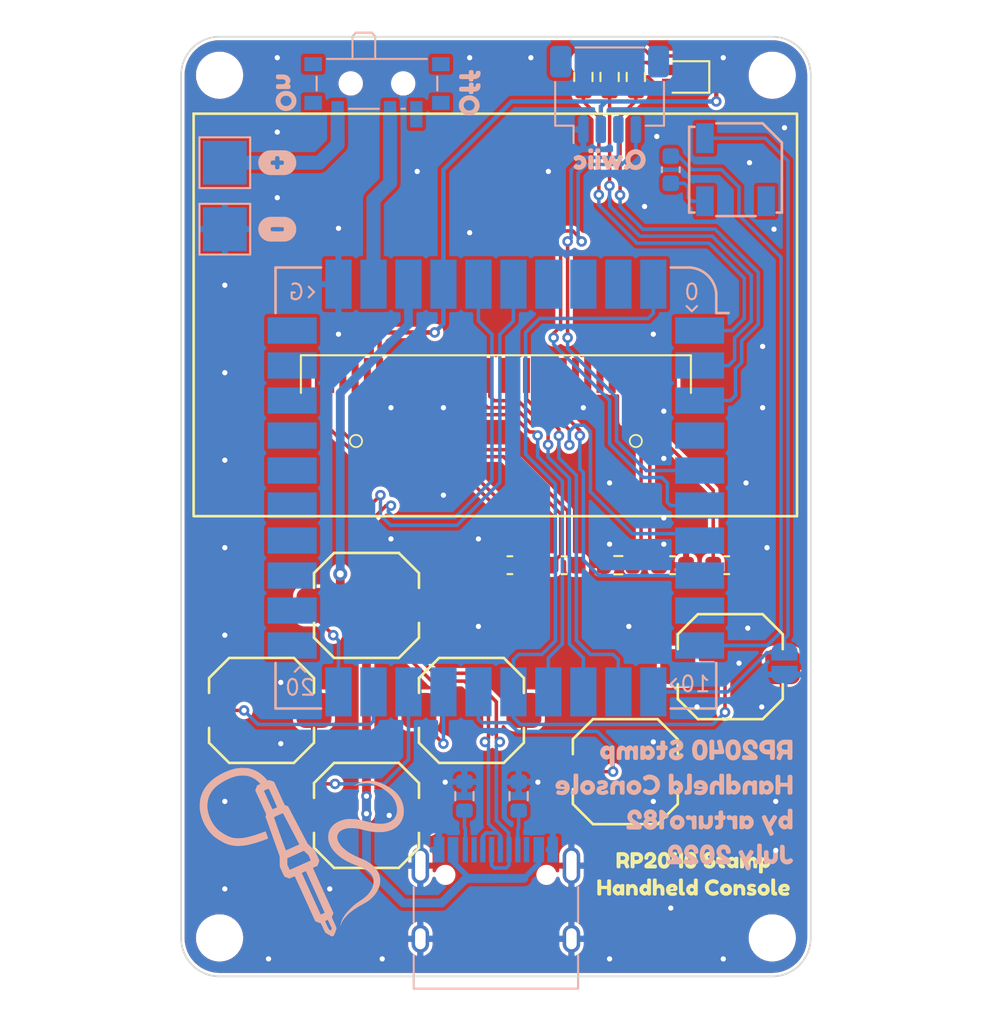
<source format=kicad_pcb>
(kicad_pcb (version 20211014) (generator pcbnew)
  (layers (0 "F.Cu" signal) (31 "B.Cu" signal) (34 "B.Paste" user) (35 "F.Paste" user) (36 "B.SilkS" user "B.Silkscreen") (37 "F.SilkS" user "F.Silkscreen") (38 "B.Mask" user) (39 "F.Mask" user) (44 "Edge.Cuts" user))
  (net 0 "")
  (net 1 "/SPK+")
  (net 2 "Net-(C1-Pad2)")
  (net 3 "GND")
  (net 4 "Net-(C2-Pad2)")
  (net 5 "Net-(C3-Pad1)")
  (net 6 "Net-(C3-Pad2)")
  (net 7 "Net-(C4-Pad1)")
  (net 8 "Net-(C4-Pad2)")
  (net 9 "Net-(C5-Pad1)")
  (net 10 "+3.3V")
  (net 11 "Net-(D1-Pad2)")
  (net 12 "Net-(D1-Pad1)")
  (net 13 "Net-(D1-Pad4)")
  (net 15 "/LCD_CS")
  (net 16 "/LCD_RST")
  (net 17 "/LCD_DC")
  (net 20 "/LCD_CLK")
  (net 21 "/LCD_MOSI")
  (net 28 "Net-(DS1-Pad26)")
  (net 29 "+5V")
  (net 30 "Net-(J1-PadA5)")
  (net 31 "/USB_D+")
  (net 32 "/USB_D-")
  (net 34 "Net-(J1-PadB5)")
  (net 36 "/LED_R")
  (net 37 "/LED_G")
  (net 38 "/LED_B")
  (net 39 "/BOOTSEL")
  (net 40 "/BTN_DOWN")
  (net 41 "/BTN_LEFT")
  (net 42 "/BTN_RIGHT")
  (net 43 "/BTN_A")
  (net 44 "+BATT")
  (net 45 "/BATT")
  (net 60 "/SPK-")
  (net 62 "/BTN_UP")
  (net 63 "/SDA")
  (net 64 "/SCL")
  (footprint "Button_Switch_SMD_Extra:RMT-CZ66" (layer "F.Cu") (at 113.9 85.8)
    (fp_text reference "SW5" hide)
    (fp_text value "SW_A")
  )
  (footprint "Button_Switch_SMD_Extra:RMT-CZ66" (layer "F.Cu") (at 119.9 79.8)
    (fp_text reference "SW6" hide)
    (fp_text value "SW_B")
  )
  (footprint "kibuzzard-62DEDF0B" (layer "F.Cu") (at 117.8 92.4)
    (fp_text reference "kibuzzard-62DEDF0B" hide)
    (fp_text value "G***" hide)
  )
  (footprint "MountingHole:MountingHole_2.2mm_M2_DIN965" (layer "F.Cu") (at 122.3 95.3 180)
    (fp_text reference "REF**" hide)
    (fp_text value "MountingHole_2.2mm_M2_DIN965")
  )
  (footprint "Resistor_SMD:R_0603_1608Metric" (layer "F.Cu") (at 111.5 46.1 90)
    (fp_text reference "R3" hide)
    (fp_text value "2K")
  )
  (footprint "Resistor_SMD:R_0603_1608Metric" (layer "F.Cu") (at 113.5 74 180)
    (fp_text reference "R6" hide)
    (fp_text value "390K")
  )
  (footprint "Capacitor_SMD:C_0603_1608Metric" (layer "F.Cu") (at 116.6 74)
    (fp_text reference "C5" hide)
    (fp_text value "1uF")
  )
  (footprint "Capacitor_SMD:C_0603_1608Metric" (layer "F.Cu") (at 107.3 74)
    (fp_text reference "C3" hide)
    (fp_text value "1uF")
  )
  (footprint "MountingHole:MountingHole_2.2mm_M2_DIN965" (layer "F.Cu") (at 90.7 46)
    (fp_text reference "REF**" hide)
    (fp_text value "MountingHole_2.2mm_M2_DIN965")
  )
  (footprint "Button_Switch_SMD_Extra:RMT-CZ66" (layer "F.Cu") (at 93.1 82.3)
    (fp_text reference "SW3" hide)
    (fp_text value "SW_LEFT")
  )
  (footprint "Display:OLED-128O064D" (layer "F.Cu") (at 106.5 63.155 180)
    (fp_text reference "DS1" hide)
    (fp_text value "OLED-128O064D")
  )
  (footprint "kibuzzard-62DEDF00" (layer "F.Cu") (at 117.8 91)
    (fp_text reference "kibuzzard-62DEDF00" hide)
    (fp_text value "G***" hide)
  )
  (footprint "Capacitor_SMD:C_0603_1608Metric" (layer "F.Cu") (at 110.4 74)
    (fp_text reference "C4" hide)
    (fp_text value "1uF")
  )
  (footprint "Button_Switch_SMD_Extra:RMT-CZ66" (layer "F.Cu") (at 99.1 76.3)
    (fp_text reference "SW1" hide)
    (fp_text value "SW_UP")
  )
  (footprint "Button_Switch_SMD_Extra:RMT-CZ66" (layer "F.Cu") (at 105.1 82.3)
    (fp_text reference "SW4" hide)
    (fp_text value "SW_RIGHT")
  )
  (footprint "Resistor_SMD:R_0603_1608Metric" (layer "F.Cu") (at 113 46.1 90)
    (fp_text reference "R2" hide)
    (fp_text value "2K")
  )
  (footprint "Button_Switch_SMD_Extra:RMT-CZ66" (layer "F.Cu") (at 99.1 88.3)
    (fp_text reference "SW2" hide)
    (fp_text value "SW_DOWN")
  )
  (footprint "Resistor_SMD:R_0603_1608Metric" (layer "F.Cu") (at 114.5 46.1 90)
    (fp_text reference "R1" hide)
    (fp_text value "2K")
  )
  (footprint "Capacitor_SMD:C_0603_1608Metric" (layer "F.Cu") (at 119.7 74 180)
    (fp_text reference "C2" hide)
    (fp_text value "1uF")
  )
  (footprint "MountingHole:MountingHole_2.2mm_M2_DIN965" (layer "F.Cu") (at 122.3 46)
    (fp_text reference "REF**" hide)
    (fp_text value "MountingHole_2.2mm_M2_DIN965")
  )
  (footprint "LED_SMD_Extra:LED_RGBA_0606" (layer "F.Cu") (at 117.2 46.1)
    (fp_text reference "D1" hide)
    (fp_text value "LED_BAGR")
  )
  (footprint "MountingHole:MountingHole_2.2mm_M2_DIN965" (layer "F.Cu") (at 90.7 95.3 180)
    (fp_text reference "REF**" hide)
    (fp_text value "MountingHole_2.2mm_M2_DIN965")
  )
  (footprint "Buzzer_Beeper_Extra:CMT-5023S" (layer "B.Cu") (at 120.2 51.4 90)
    (fp_text reference "LS1" hide)
    (fp_text value "Speaker")
  )
  (footprint "Capacitor_SMD:C_0603_1608Metric" (layer "B.Cu") (at 116.5 51.4 -90)
    (fp_text reference "C1" hide)
    (fp_text value "4.7uF")
  )
  (footprint "Connector_USB:USB_C_Receptacle_HRO_TYPE-C-31-M-12" (layer "B.Cu") (at 106.5 94.3 180)
    (fp_text reference "J1" hide)
    (fp_text value "USB_C_Receptacle_USB2.0")
  )
  (footprint "Connector_JST:JST_SH_SM04B-SRSS-TB_1x04-1MP_P1.00mm_Horizontal" (layer "B.Cu") (at 113 47.1)
    (fp_text reference "J2" hide)
    (fp_text value "Conn_Qwiic")
  )
  (footprint "TestPoint:TestPoint_Pad_2.5x2.5mm" (layer "B.Cu") (at 91 51 -90)
    (fp_text reference "TP1" hide)
    (fp_text value "TP_BATT+")
  )
  (footprint "Resistor_SMD:R_0603_1608Metric" (layer "B.Cu") (at 104.7 87.2 90)
    (fp_text reference "R5" hide)
    (fp_text value "5.1K")
  )
  (footprint "Symbols_Extra:SolderParty-New-Logo_12.5x10.6mm_SilkScreen" (layer "B.Cu") (at 94.999643 89.996788 180)
    (fp_text reference "G***" hide)
    (fp_text value "LOGO" hide)
  )
  (footprint "Button_Switch_SMD:SW_SPDT_PCM12" (layer "B.Cu") (at 99.7 46.8)
    (fp_text reference "SW7" hide)
    (fp_text value "SW_POWER")
  )
  (footprint "kibuzzard-62C6F28A" (layer "B.Cu") (at 113 50.8 180)
    (fp_text reference "kibuzzard-62C6F28A" hide)
    (fp_text value "G***" hide)
  )
  (footprint "Jumper:SolderJumper-2_P1.3mm_Open_RoundedPad1.0x1.5mm" (layer "B.Cu") (at 123 79.6 -90)
    (fp_text reference "JP1" hide)
    (fp_text value "SJ_LOUDER")
  )
  (footprint "TestPoint:TestPoint_Pad_2.5x2.5mm" (layer "B.Cu") (at 91 54.8 -90)
    (fp_text reference "TP2" hide)
    (fp_text value "TP_BATT-")
  )
  (footprint "kibuzzard-62DEDED4" (layer "B.Cu") (at 116.7 87.7 180)
    (fp_text reference "kibuzzard-62DEDED4" hide)
    (fp_text value "G***" hide)
  )
  (footprint "Resistor_SMD:R_0603_1608Metric" (layer "B.Cu") (at 107.8 87.2 90)
    (fp_text reference "R4" hide)
    (fp_text value "5.1K")
  )
  (footprint "kibuzzard-62C56D6F" (layer "B.Cu") (at 94 51 180)
    (fp_text reference "kibuzzard-62C56D6F" hide)
    (fp_text value "G***" hide)
  )
  (footprint "RP2040_Stamp:RP2040_Stamp_SMD" (layer "B.Cu") (at 106.5 69.590787 180)
    (fp_text reference "U1" hide)
    (fp_text value "RP2040_Stamp")
  )
  (footprint "kibuzzard-62C57215" (layer "B.Cu") (at 94.5 47 90)
    (fp_text reference "kibuzzard-62C57215" hide)
    (fp_text value "G***" hide)
  )
  (footprint "kibuzzard-62C5723D" (layer "B.Cu") (at 105 47 90)
    (fp_text reference "kibuzzard-62C5723D" hide)
    (fp_text value "G***" hide)
  )
  (footprint "kibuzzard-62C56D6F" (layer "B.Cu") (at 94 54.8 180)
    (fp_text reference "kibuzzard-62C56D6F" hide)
    (fp_text value "G***" hide)
  )
  (gr_rect (start 94.25 55) (end 93.75 55.3) (layer "B.SilkS") (width 0.15) (fill solid))
  (gr_rect (start 94.3 54.3) (end 93.8 54.6) (layer "B.SilkS") (width 0.15) (fill solid))
  (gr_rect (start 89.217439 48.2) (end 123.717439 71.2) (layer "F.SilkS") (width 0.15) (fill none))
  (gr_line (start 90.7 43.8) (end 122.3 43.8) (layer "Edge.Cuts") (width 0.1))
  (gr_arc (start 122.3 43.8) (mid 123.855635 44.444365) (end 124.5 46) (layer "Edge.Cuts") (width 0.1))
  (gr_line (start 124.5 46) (end 124.5 95.3) (layer "Edge.Cuts") (width 0.1))
  (gr_line (start 122.3 97.5) (end 90.7 97.5) (layer "Edge.Cuts") (width 0.1))
  (gr_line (start 88.5 95.3) (end 88.5 46) (layer "Edge.Cuts") (width 0.1))
  (gr_arc (start 124.5 95.3) (mid 123.855635 96.855635) (end 122.3 97.5) (layer "Edge.Cuts") (width 0.1))
  (gr_arc (start 90.7 97.5) (mid 89.144365 96.855635) (end 88.5 95.3) (layer "Edge.Cuts") (width 0.1))
  (gr_arc (start 88.5 46) (mid 89.144365 44.444365) (end 90.7 43.8) (layer "Edge.Cuts") (width 0.1))
  (segment (start 116.925 50.625) (end 117.7 51.4) (width 0.2) (layer "B.Cu") (net 1))
  (segment (start 117.7 51.4) (end 119.4 51.4) (width 0.2) (layer "B.Cu") (net 1))
  (segment (start 122.009213 78.590787) (end 118.15 78.590787) (width 0.2) (layer "B.Cu") (net 1))
  (segment (start 122.8 77.8) (end 122.009213 78.590787) (width 0.2) (layer "B.Cu") (net 1))
  (segment (start 122.8 56.4) (end 122.8 77.8) (width 0.2) (layer "B.Cu") (net 1))
  (segment (start 119.4 51.4) (end 120.4 52.4) (width 0.2) (layer "B.Cu") (net 1))
  (segment (start 120.4 52.4) (end 120.4 54) (width 0.2) (layer "B.Cu") (net 1))
  (segment (start 120.4 54) (end 122.8 56.4) (width 0.2) (layer "B.Cu") (net 1))
  (segment (start 116.5 50.625) (end 116.925 50.625) (width 0.2) (layer "B.Cu") (net 1))
  (segment (start 117.5 52.4) (end 117.5 53) (width 0.2) (layer "B.Cu") (net 2))
  (segment (start 116.5 52.175) (end 117.275 52.175) (width 0.2) (layer "B.Cu") (net 2))
  (segment (start 117.5 53) (end 117.7 53.2) (width 0.2) (layer "B.Cu") (net 2))
  (segment (start 117.7 53.2) (end 118.45 53.2) (width 0.2) (layer "B.Cu") (net 2))
  (segment (start 117.275 52.175) (end 117.5 52.4) (width 0.2) (layer "B.Cu") (net 2))
  (via (at 94 49.25) (size 0.6) (drill 0.3) (layers "F.Cu" "B.Cu") (net 3))
  (via (at 91 58) (size 0.6) (drill 0.3) (layers "F.Cu" "B.Cu") (net 3))
  (via (at 111.5 65) (size 0.6) (drill 0.3) (layers "F.Cu" "B.Cu") (net 3))
  (via (at 119.5 96.5) (size 0.6) (drill 0.3) (layers "F.Cu" "B.Cu") (net 3))
  (via (at 105 55) (size 0.6) (drill 0.3) (layers "F.Cu" "B.Cu") (net 3))
  (via (at 115.5 60.8) (size 0.6) (drill 0.3) (layers "F.Cu" "B.Cu") (net 3))
  (via (at 108.9 86.4) (size 0.6) (drill 0.3) (layers "F.Cu" "B.Cu") (net 3))
  (via (at 113 72.8) (size 0.6) (drill 0.3) (layers "F.Cu" "B.Cu") (net 3))
  (via (at 119.5 45) (size 0.6) (drill 0.3) (layers "F.Cu" "B.Cu") (net 3))
  (via (at 94.2 80.7) (size 0.6) (drill 0.3) (layers "F.Cu" "B.Cu") (net 3))
  (via (at 115 53.5) (size 0.6) (drill 0.3) (layers "F.Cu" "B.Cu") (net 3))
  (via (at 121.7 82.1) (size 0.6) (drill 0.3) (layers "F.Cu" "B.Cu") (net 3))
  (via (at 121 51) (size 0.6) (drill 0.3) (layers "F.Cu" "B.Cu") (net 3))
  (via (at 122.5 90.3) (size 0.6) (drill 0.3) (layers "F.Cu" "B.Cu") (net 3))
  (via (at 91 73) (size 0.6) (drill 0.3) (layers "F.Cu" "B.Cu") (net 3))
  (via (at 91 92.5) (size 0.6) (drill 0.3) (layers "F.Cu" "B.Cu") (net 3))
  (via (at 116.1 65.2) (size 0.6) (drill 0.3) (layers "F.Cu" "B.Cu") (net 3))
  (via (at 94 53) (size 0.6) (drill 0.3) (layers "F.Cu" "B.Cu") (net 3))
  (via (at 122.5 87.5) (size 0.6) (drill 0.3) (layers "F.Cu" "B.Cu") (net 3))
  (via (at 116.1 71.3) (size 0.6) (drill 0.3) (layers "F.Cu" "B.Cu") (net 3))
  (via (at 121.75 61.5) (size 0.6) (drill 0.3) (layers "F.Cu" "B.Cu") (net 3))
  (via (at 100.5 72.5) (size 0.6) (drill 0.3) (layers "F.Cu" "B.Cu") (net 3))
  (via (at 94 45) (size 0.6) (drill 0.3) (layers "F.Cu" "B.Cu") (net 3))
  (via (at 97.5 60.8) (size 0.6) (drill 0.3) (layers "F.Cu" "B.Cu") (net 3))
  (via (at 102 51.5) (size 0.6) (drill 0.3) (layers "F.Cu" "B.Cu") (net 3))
  (via (at 94.2 84.2) (size 0.6) (drill 0.3) (layers "F.Cu" "B.Cu") (net 3))
  (via (at 109.5 51.5) (size 0.6) (drill 0.3) (layers "F.Cu" "B.Cu") (net 3))
  (via (at 115.5 87.5) (size 0.6) (drill 0.3) (layers "F.Cu" "B.Cu") (net 3))
  (via (at 100.4 88.3) (size 0.6) (drill 0.3) (layers "F.Cu" "B.Cu") (net 3))
  (via (at 105 45) (size 0.6) (drill 0.3) (layers "F.Cu" "B.Cu") (net 3))
  (via (at 122.4 54.8) (size 0.6) (drill 0.3) (layers "F.Cu" "B.Cu") (net 3))
  (via (at 93.5 96.5) (size 0.6) (drill 0.3) (layers "F.Cu" "B.Cu") (net 3))
  (via (at 123 49) (size 0.6) (drill 0.3) (layers "F.Cu" "B.Cu") (net 3))
  (via (at 91 78) (size 0.6) (drill 0.3) (layers "F.Cu" "B.Cu") (net 3))
  (via (at 120.4 79.6) (size 0.6) (drill 0.3) (layers "F.Cu" "B.Cu") (net 3))
  (via (at 100 96.5) (size 0.6) (drill 0.3) (layers "F.Cu" "B.Cu") (net 3))
  (via (at 105.5 72.5) (size 0.6) (drill 0.3) (layers "F.Cu" "B.Cu") (net 3))
  (via (at 100.5 65) (size 0.6) (drill 0.3) (layers "F.Cu" "B.Cu") (net 3))
  (via (at 120.9 77.6) (size 0.6) (drill 0.3) (layers "F.Cu" "B.Cu") (net 3))
  (via (at 120.8 69.3) (size 0.6) (drill 0.3) (layers "F.Cu" "B.Cu") (net 3))
  (via (at 113 69.3) (size 0.6) (drill 0.3) (layers "F.Cu" "B.Cu") (net 3))
  (via (at 113 96.5) (size 0.6) (drill 0.3) (layers "F.Cu" "B.Cu") (net 3))
  (via (at 121.75 65) (size 0.6) (drill 0.3) (layers "F.Cu" "B.Cu") (net 3))
  (via (at 97.5 54.75) (size 0.6) (drill 0.3) (layers "F.Cu" "B.Cu") (net 3))
  (via (at 116.1 67.9) (size 0.6) (drill 0.3) (layers "F.Cu" "B.Cu") (net 3))
  (via (at 116.5 93.596166) (size 0.6) (drill 0.3) (layers "F.Cu" "B.Cu") (net 3))
  (via (at 91 87.5) (size 0.6) (drill 0.3) (layers "F.Cu" "B.Cu") (net 3))
  (via (at 105.5 77.5) (size 0.6) (drill 0.3) (layers "F.Cu" "B.Cu") (net 3))
  (via (at 97 92.5) (size 0.6) (drill 0.3) (layers "F.Cu" "B.Cu") (net 3))
  (via (at 103.5 65) (size 0.6) (drill 0.3) (layers "F.Cu" "B.Cu") (net 3))
  (via (at 118 82.1) (size 0.6) (drill 0.3) (layers "F.Cu" "B.Cu") (net 3))
  (via (at 116.1 72.8) (size 0.6) (drill 0.3) (layers "F.Cu" "B.Cu") (net 3))
  (via (at 103.6 86.4) (size 0.6) (drill 0.3) (layers "F.Cu" "B.Cu") (net 3))
  (via (at 115.7 49.5) (size 0.6) (drill 0.3) (layers "F.Cu" "B.Cu") (net 3))
  (via (at 91 68) (size 0.6) (drill 0.3) (layers "F.Cu" "B.Cu") (net 3))
  (via (at 91 63) (size 0.6) (drill 0.3) (layers "F.Cu" "B.Cu") (net 3))
  (via (at 108.5 45) (size 0.6) (drill 0.3) (layers "F.Cu" "B.Cu") (net 3))
  (via (at 122 73) (size 0.6) (drill 0.3) (layers "F.Cu" "B.Cu") (net 3))
  (via (at 103.5 70) (size 0.6) (drill 0.3) (layers "F.Cu" "B.Cu") (net 3))
  (via (at 115.5 84.1) (size 0.6) (drill 0.3) (layers "F.Cu" "B.Cu") (net 3))
  (via (at 114.1 77.5) (size 0.6) (drill 0.3) (layers "F.Cu" "B.Cu") (net 3))
  (segment (start 118.925 69.725) (end 115.25 66.05) (width 0.2) (layer "F.Cu") (net 4))
  (segment (start 115.25 66.05) (end 115.25 63.155) (width 0.2) (layer "F.Cu") (net 4))
  (segment (start 118.925 74) (end 118.925 69.725) (width 0.2) (layer "F.Cu") (net 4))
  (segment (start 107.1 71.265686) (end 107.1 73.425) (width 0.2) (layer "F.Cu") (net 5))
  (segment (start 99.400003 68.6) (end 104.434314 68.6) (width 0.2) (layer "F.Cu") (net 5))
  (segment (start 104.434314 68.6) (end 107.1 71.265686) (width 0.2) (layer "F.Cu") (net 5))
  (segment (start 97.05 63.155) (end 97.05 66.25) (width 0.2) (layer "F.Cu") (net 5))
  (segment (start 97.05 66.25) (end 99.400003 68.6) (width 0.2) (layer "F.Cu") (net 5))
  (segment (start 107.1 73.425) (end 106.525 74) (width 0.2) (layer "F.Cu") (net 5))
  (segment (start 97.75 66.384314) (end 99.565688 68.2) (width 0.2) (layer "F.Cu") (net 6))
  (segment (start 107.5 73.425) (end 108.075 74) (width 0.2) (layer "F.Cu") (net 6))
  (segment (start 97.75 63.155) (end 97.75 66.384314) (width 0.2) (layer "F.Cu") (net 6))
  (segment (start 99.565688 68.2) (end 104.599999 68.2) (width 0.2) (layer "F.Cu") (net 6))
  (segment (start 107.5 71.100001) (end 107.5 73.425) (width 0.2) (layer "F.Cu") (net 6))
  (segment (start 104.599999 68.2) (end 107.5 71.100001) (width 0.2) (layer "F.Cu") (net 6))
  (segment (start 99.731373 67.8) (end 106.934314 67.8) (width 0.2) (layer "F.Cu") (net 7))
  (segment (start 110.2 73.425) (end 109.625 74) (width 0.2) (layer "F.Cu") (net 7))
  (segment (start 98.45 63.155) (end 98.45 66.518628) (width 0.2) (layer "F.Cu") (net 7))
  (segment (start 98.45 66.518628) (end 99.731373 67.8) (width 0.2) (layer "F.Cu") (net 7))
  (segment (start 110.2 71.065686) (end 110.2 73.425) (width 0.2) (layer "F.Cu") (net 7))
  (segment (start 106.934314 67.8) (end 110.2 71.065686) (width 0.2) (layer "F.Cu") (net 7))
  (segment (start 99.15 66.652942) (end 99.897058 67.4) (width 0.2) (layer "F.Cu") (net 8))
  (segment (start 107.099999 67.4) (end 110.6 70.900001) (width 0.2) (layer "F.Cu") (net 8))
  (segment (start 110.6 70.900001) (end 110.6 73.425) (width 0.2) (layer "F.Cu") (net 8))
  (segment (start 110.6 73.425) (end 111.175 74) (width 0.2) (layer "F.Cu") (net 8))
  (segment (start 99.897058 67.4) (end 107.099999 67.4) (width 0.2) (layer "F.Cu") (net 8))
  (segment (start 99.15 63.155) (end 99.15 66.652942) (width 0.2) (layer "F.Cu") (net 8))
  (segment (start 115.3 66.665687) (end 114.55 65.915686) (width 0.2) (layer "F.Cu") (net 9))
  (segment (start 115.825 74) (end 115.3 73.475) (width 0.2) (layer "F.Cu") (net 9))
  (segment (start 115.3 73.475) (end 115.3 66.665687) (width 0.2) (layer "F.Cu") (net 9))
  (segment (start 114.55 65.915686) (end 114.55 63.155) (width 0.2) (layer "F.Cu") (net 9))
  (segment (start 119.1 47.5) (end 119.1 46) (width 0.25) (layer "F.Cu") (net 10))
  (segment (start 118.8 45.7) (end 118 45.7) (width 0.25) (layer "F.Cu") (net 10))
  (segment (start 119.1 46) (end 118.8 45.7) (width 0.25) (layer "F.Cu") (net 10))
  (segment (start 101.95 61.05) (end 102.3 60.7) (width 0.25) (layer "F.Cu") (net 10))
  (segment (start 99.85 63.155) (end 99.85 61.05) (width 0.25) (layer "F.Cu") (net 10))
  (segment (start 102.3 60.7) (end 103 60.7) (width 0.25) (layer "F.Cu") (net 10))
  (segment (start 99.85 61.05) (end 100.2 60.7) (width 0.25) (layer "F.Cu") (net 10))
  (segment (start 100.2 60.7) (end 103 60.7) (width 0.25) (layer "F.Cu") (net 10))
  (segment (start 101.95 63.155) (end 101.95 61.05) (width 0.25) (layer "F.Cu") (net 10))
  (via (at 103 60.7) (size 0.6) (drill 0.3) (layers "F.Cu" "B.Cu") (net 10))
  (via (at 119.1 47.5) (size 0.6) (drill 0.3) (layers "F.Cu" "B.Cu") (net 10))
  (segment (start 112.5 47.8) (end 112.5 49.1) (width 0.25) (layer "B.Cu") (net 10))
  (segment (start 112.8 47.5) (end 107.4 47.5) (width 0.25) (layer "B.Cu") (net 10))
  (segment (start 103.5 60.2) (end 103 60.7) (width 0.25) (layer "B.Cu") (net 10))
  (segment (start 103.5 51.4) (end 103.5 57.940787) (width 0.25) (layer "B.Cu") (net 10))
  (segment (start 103.5 57.940787) (end 103.5 60.2) (width 0.25) (layer "B.Cu") (net 10))
  (segment (start 119.1 47.5) (end 112.8 47.5) (width 0.25) (layer "B.Cu") (net 10))
  (segment (start 112.8 47.5) (end 112.5 47.8) (width 0.25) (layer "B.Cu") (net 10))
  (segment (start 107.4 47.5) (end 103.5 51.4) (width 0.25) (layer "B.Cu") (net 10))
  (segment (start 116.4 45.7) (end 115.6 45.7) (width 0.2) (layer "F.Cu") (net 11))
  (segment (start 115.6 45.7) (end 115.175 45.275) (width 0.2) (layer "F.Cu") (net 11))
  (segment (start 115.175 45.275) (end 114.5 45.275) (width 0.2) (layer "F.Cu") (net 11))
  (segment (start 111.7 46.1) (end 111.5 45.9) (width 0.2) (layer "F.Cu") (net 12))
  (segment (start 111.5 45.9) (end 111.5 45.275) (width 0.2) (layer "F.Cu") (net 12))
  (segment (start 116.4 46.5) (end 115.6 46.5) (width 0.2) (layer "F.Cu") (net 12))
  (segment (start 115.2 46.1) (end 111.7 46.1) (width 0.2) (layer "F.Cu") (net 12))
  (segment (start 115.6 46.5) (end 115.2 46.1) (width 0.2) (layer "F.Cu") (net 12))
  (segment (start 117 44.9) (end 117.2 45.1) (width 0.2) (layer "F.Cu") (net 13))
  (segment (start 117.2 46.3) (end 117.4 46.5) (width 0.2) (layer "F.Cu") (net 13))
  (segment (start 113 45.275) (end 113.69952 44.57548) (width 0.2) (layer "F.Cu") (net 13))
  (segment (start 117.4 46.5) (end 118 46.5) (width 0.2) (layer "F.Cu") (net 13))
  (segment (start 113.69952 44.57548) (end 115.040486 44.57548) (width 0.2) (layer "F.Cu") (net 13))
  (segment (start 115.365006 44.9) (end 117 44.9) (width 0.2) (layer "F.Cu") (net 13))
  (segment (start 117.2 45.1) (end 117.2 46.3) (width 0.2) (layer "F.Cu") (net 13))
  (segment (start 115.040486 44.57548) (end 115.365006 44.9) (width 0.2) (layer "F.Cu") (net 13))
  (segment (start 107.437258 65.4) (end 108.425429 66.388171) (width 0.2) (layer "F.Cu") (net 15))
  (segment (start 104.75 64.28137) (end 105.86863 65.4) (width 0.2) (layer "F.Cu") (net 15))
  (segment (start 108.425429 66.388171) (end 108.685805 66.388171) (width 0.2) (layer "F.Cu") (net 15))
  (segment (start 104.75 63.155) (end 104.75 64.28137) (width 0.2) (layer "F.Cu") (net 15))
  (segment (start 108.685805 66.388171) (end 108.885805 66.588171) (width 0.2) (layer "F.Cu") (net 15))
  (segment (start 105.86863 65.4) (end 107.437258 65.4) (width 0.2) (layer "F.Cu") (net 15))
  (via (at 108.885805 66.588171) (size 0.6) (drill 0.3) (layers "F.Cu" "B.Cu") (net 15))
  (segment (start 109.5 79.3) (end 109.5 81.240787) (width 0.2) (layer "B.Cu") (net 15))
  (segment (start 108.885805 66.588171) (end 108.885805 67.785805) (width 0.2) (layer "B.Cu") (net 15))
  (segment (start 108.885805 67.785805) (end 110.3 69.2) (width 0.2) (layer "B.Cu") (net 15))
  (segment (start 110.3 78.5) (end 109.5 79.3) (width 0.2) (layer "B.Cu") (net 15))
  (segment (start 110.3 69.2) (end 110.3 78.5) (width 0.2) (layer "B.Cu") (net 15))
  (segment (start 109.485305 66.185305) (end 109.288171 65.988171) (width 0.2) (layer "F.Cu") (net 16))
  (segment (start 108.591114 65.988171) (end 107.602943 65) (width 0.2) (layer "F.Cu") (net 16))
  (segment (start 106.034316 65) (end 105.45 64.415684) (width 0.2) (layer "F.Cu") (net 16))
  (segment (start 105.45 64.415684) (end 105.45 63.155) (width 0.2) (layer "F.Cu") (net 16))
  (segment (start 109.485305 67.117979) (end 109.485305 66.185305) (width 0.2) (layer "F.Cu") (net 16))
  (segment (start 109.288171 65.988171) (end 108.591114 65.988171) (width 0.2) (layer "F.Cu") (net 16))
  (segment (start 107.602943 65) (end 106.034316 65) (width 0.2) (layer "F.Cu") (net 16))
  (via (at 109.485305 67.117979) (size 0.6) (drill 0.3) (layers "F.Cu" "B.Cu") (net 16))
  (segment (start 109.485305 67.819619) (end 109.485305 67.117979) (width 0.2) (layer "B.Cu") (net 16))
  (segment (start 111.5 79.3) (end 110.7 78.5) (width 0.2) (layer "B.Cu") (net 16))
  (segment (start 110.7 78.5) (end 110.7 69.034314) (width 0.2) (layer "B.Cu") (net 16))
  (segment (start 110.7 69.034314) (end 109.485305 67.819619) (width 0.2) (layer "B.Cu") (net 16))
  (segment (start 111.5 81.240787) (end 111.5 79.3) (width 0.2) (layer "B.Cu") (net 16))
  (segment (start 109.453857 65.588171) (end 110.1 66.234314) (width 0.2) (layer "F.Cu") (net 17))
  (segment (start 110.1 66.234314) (end 110.1 66.606754) (width 0.2) (layer "F.Cu") (net 17))
  (segment (start 106.15 63.155) (end 106.15 64.35) (width 0.2) (layer "F.Cu") (net 17))
  (segment (start 106.15 64.35) (end 106.4 64.6) (width 0.2) (layer "F.Cu") (net 17))
  (segment (start 106.4 64.6) (end 107.768628 64.6) (width 0.2) (layer "F.Cu") (net 17))
  (segment (start 108.756799 65.588171) (end 109.453857 65.588171) (width 0.2) (layer "F.Cu") (net 17))
  (segment (start 107.768628 64.6) (end 108.756799 65.588171) (width 0.2) (layer "F.Cu") (net 17))
  (via (at 110.1 66.606754) (size 0.6) (drill 0.3) (layers "F.Cu" "B.Cu") (net 17))
  (segment (start 111.9 79.1) (end 111.1 78.3) (width 0.2) (layer "B.Cu") (net 17))
  (segment (start 111.1 68.868628) (end 110.1 67.868628) (width 0.2) (layer "B.Cu") (net 17))
  (segment (start 113.5 79.4) (end 113.2 79.1) (width 0.2) (layer "B.Cu") (net 17))
  (segment (start 110.1 67.868628) (end 110.1 66.606754) (width 0.2) (layer "B.Cu") (net 17))
  (segment (start 113.2 79.1) (end 111.9 79.1) (width 0.2) (layer "B.Cu") (net 17))
  (segment (start 111.1 78.3) (end 111.1 68.868628) (width 0.2) (layer "B.Cu") (net 17))
  (segment (start 113.5 81.240787) (end 113.5 79.4) (width 0.2) (layer "B.Cu") (net 17))
  (segment (start 108.25 64.515686) (end 108.25 63.155) (width 0.2) (layer "F.Cu") (net 20))
  (segment (start 109.619543 65.188171) (end 108.922485 65.188171) (width 0.2) (layer "F.Cu") (net 20))
  (segment (start 110.7005 66.269128) (end 109.619543 65.188171) (width 0.2) (layer "F.Cu") (net 20))
  (segment (start 108.922485 65.188171) (end 108.25 64.515686) (width 0.2) (layer "F.Cu") (net 20))
  (segment (start 110.7005 67.134581) (end 110.7005 66.269128) (width 0.2) (layer "F.Cu") (net 20))
  (via (at 110.7005 67.134581) (size 0.6) (drill 0.3) (layers "F.Cu" "B.Cu") (net 20))
  (segment (start 111.051471 66) (end 110.7005 66.350971) (width 0.2) (layer "B.Cu") (net 20))
  (segment (start 117.759213 72.2) (end 114.3 72.2) (width 0.2) (layer "B.Cu") (net 20))
  (segment (start 111.9 69.8) (end 111.9 66.351471) (width 0.2) (layer "B.Cu") (net 20))
  (segment (start 110.7005 66.350971) (end 110.7005 67.134581) (width 0.2) (layer "B.Cu") (net 20))
  (segment (start 114.3 72.2) (end 111.9 69.8) (width 0.2) (layer "B.Cu") (net 20))
  (segment (start 118.15 72.590787) (end 117.759213 72.2) (width 0.2) (layer "B.Cu") (net 20))
  (segment (start 111.548529 66) (end 111.051471 66) (width 0.2) (layer "B.Cu") (net 20))
  (segment (start 111.9 66.351471) (end 111.548529 66) (width 0.2) (layer "B.Cu") (net 20))
  (segment (start 108.95 64.65) (end 109.088171 64.788171) (width 0.2) (layer "F.Cu") (net 21))
  (segment (start 109.785229 64.788171) (end 111.3 66.302942) (width 0.2) (layer "F.Cu") (net 21))
  (segment (start 111.3 66.302942) (end 111.3 66.6) (width 0.2) (layer "F.Cu") (net 21))
  (segment (start 109.088171 64.788171) (end 109.785229 64.788171) (width 0.2) (layer "F.Cu") (net 21))
  (segment (start 108.95 63.155) (end 108.95 64.65) (width 0.2) (layer "F.Cu") (net 21))
  (via (at 111.3 66.6) (size 0.6) (drill 0.3) (layers "F.Cu" "B.Cu") (net 21))
  (segment (start 111.3 68.5) (end 111.5 68.7) (width 0.2) (layer "B.Cu") (net 21))
  (segment (start 111.5 73.702942) (end 111.5 68.7) (width 0.2) (layer "B.Cu") (net 21))
  (segment (start 118.15 74.590787) (end 112.387845 74.590787) (width 0.2) (layer "B.Cu") (net 21))
  (segment (start 112.387845 74.590787) (end 111.5 73.702942) (width 0.2) (layer "B.Cu") (net 21))
  (segment (start 111.3 66.6) (end 111.3 68.5) (width 0.2) (layer "B.Cu") (net 21))
  (segment (start 114.8 73.525) (end 114.8 66.731372) (width 0.2) (layer "F.Cu") (net 28))
  (segment (start 113.85 65.781372) (end 113.85 63.155) (width 0.2) (layer "F.Cu") (net 28))
  (segment (start 114.325 74) (end 114.8 73.525) (width 0.2) (layer "F.Cu") (net 28))
  (segment (start 114.8 66.731372) (end 113.85 65.781372) (width 0.2) (layer "F.Cu") (net 28))
  (segment (start 99.1 78.7) (end 97.6 77.2) (width 0.5) (layer "F.Cu") (net 29))
  (segment (start 97.6 77.2) (end 97.6 74.5) (width 0.5) (layer "F.Cu") (net 29))
  (segment (start 99.1 87.2) (end 99.1 78.7) (width 0.5) (layer "F.Cu") (net 29))
  (segment (start 99.1 87.2) (end 99.1 88.2) (width 0.5) (layer "F.Cu") (net 29))
  (via (at 99.1 87.2) (size 0.6) (drill 0.3) (layers "F.Cu" "B.Cu") (net 29))
  (via (at 97.6 74.5) (size 0.8) (drill 0.4) (layers "F.Cu" "B.Cu") (net 29))
  (via (at 99.1 88.2) (size 0.6) (drill 0.3) (layers "F.Cu" "B.Cu") (net 29))
  (segment (start 97.6 64.15) (end 101.5 60.25) (width 0.5) (layer "B.Cu") (net 29))
  (segment (start 97.6 74.5) (end 97.6 64.15) (width 0.5) (layer "B.Cu") (net 29))
  (segment (start 99.1 88.2) (end 99.1 87.2) (width 0.5) (layer "B.Cu") (net 29))
  (segment (start 101.2 93.3) (end 103.4 93.3) (width 0.5) (layer "B.Cu") (net 29))
  (segment (start 103.4 93.3) (end 104.8 91.9) (width 0.5) (layer "B.Cu") (net 29))
  (segment (start 108.1 91.9) (end 106.6 91.9) (width 0.5) (layer "B.Cu") (net 29))
  (segment (start 108.95 90.255) (end 108.95 91.05) (width 0.3) (layer "B.Cu") (net 29))
  (segment (start 99.1 88.2) (end 99.1 91.2) (width 0.5) (layer "B.Cu") (net 29))
  (segment (start 106.6 91.9) (end 105 91.9) (width 0.5) (layer "B.Cu") (net 29))
  (segment (start 101.5 60.25) (end 101.5 57.940787) (width 0.5) (layer "B.Cu") (net 29))
  (segment (start 105 91.9) (end 104.05 90.95) (width 0.3) (layer "B.Cu") (net 29))
  (segment (start 104.05 90.95) (end 104.05 90.255) (width 0.3) (layer "B.Cu") (net 29))
  (segment (start 104.8 91.9) (end 106.6 91.9) (width 0.5) (layer "B.Cu") (net 29))
  (segment (start 99.1 91.2) (end 101.2 93.3) (width 0.5) (layer "B.Cu") (net 29))
  (segment (start 108.95 91.05) (end 108.1 91.9) (width 0.3) (layer "B.Cu") (net 29))
  (segment (start 107.75 89.05) (end 107.8 89) (width 0.2) (layer "B.Cu") (net 30))
  (segment (start 107.75 90.255) (end 107.75 89.05) (width 0.2) (layer "B.Cu") (net 30))
  (segment (start 107.8 89) (end 107.8 88.025) (width 0.2) (layer "B.Cu") (net 30))
  (segment (start 102.825 80.625) (end 98.9 76.7) (width 0.2) (layer "F.Cu") (net 31))
  (segment (start 104.7068 80.625) (end 102.825 80.625) (width 0.2) (layer "F.Cu") (net 31))
  (segment (start 105.875 84.1) (end 106.074999 83.900001) (width 0.2) (layer "F.Cu") (net 31))
  (segment (start 106.075 81.9932) (end 104.7068 80.625) (width 0.2) (layer "F.Cu") (net 31))
  (segment (start 98.9 70.998958) (end 99.899479 69.999479) (width 0.2) (layer "F.Cu") (net 31))
  (segment (start 98.9 76.7) (end 98.9 70.998958) (width 0.2) (layer "F.Cu") (net 31))
  (segment (start 106.074999 83.900001) (end 106.075 81.9932) (width 0.2) (layer "F.Cu") (net 31))
  (via (at 99.899479 69.999479) (size 0.6) (drill 0.3) (layers "F.Cu" "B.Cu") (net 31))
  (via (at 105.875 84.1) (size 0.6) (drill 0.3) (layers "F.Cu" "B.Cu") (net 31))
  (segment (start 105.75 89.48) (end 105.93 89.3) (width 0.2) (layer "B.Cu") (net 31))
  (segment (start 105.75 90.255) (end 105.75 89.48) (width 0.2) (layer "B.Cu") (net 31))
  (segment (start 106.6 89.3) (end 106.75 89.45) (width 0.2) (layer "B.Cu") (net 31))
  (segment (start 106.725 69.275) (end 106.725 60.815788) (width 0.2) (layer "B.Cu") (net 31))
  (segment (start 106.775 89.655) (end 106.775 89.473245) (width 0.2) (layer "B.Cu") (net 31))
  (segment (start 105.93 89.3) (end 106.6 89.3) (width 0.2) (layer "B.Cu") (net 31))
  (segment (start 100.476128 71.719444) (end 104.280556 71.719444) (width 0.2) (layer "B.Cu") (net 31))
  (segment (start 106.75 90.255) (end 106.75 89.68) (width 0.2) (layer "B.Cu") (net 31))
  (segment (start 99.899479 71.142795) (end 100.476128 71.719444) (width 0.2) (layer "B.Cu") (net 31))
  (segment (start 106.075 88.773245) (end 106.074999 84.299999) (width 0.2) (layer "B.Cu") (net 31))
  (segment (start 106.775 89.473245) (end 106.075 88.773245) (width 0.2) (layer "B.Cu") (net 31))
  (segment (start 106.75 90.255) (end 106.75 89.95) (width 0.2) (layer "B.Cu") (net 31))
  (segment (start 99.899479 69.999479) (end 99.899479 71.142795) (width 0.2) (layer "B.Cu") (net 31))
  (segment (start 107.5 60.040788) (end 107.5 57.940787) (width 0.2) (layer "B.Cu") (net 31))
  (segment (start 106.75 89.45) (end 106.75 90.255) (width 0.2) (layer "B.Cu") (net 31))
  (segment (start 104.280556 71.719444) (end 106.725 69.275) (width 0.2) (layer "B.Cu") (net 31))
  (segment (start 106.75 89.68) (end 106.775 89.655) (width 0.2) (layer "B.Cu") (net 31))
  (segment (start 106.074999 84.299999) (end 105.875 84.1) (width 0.2) (layer "B.Cu") (net 31))
  (segment (start 106.725 60.815788) (end 107.5 60.040788) (width 0.2) (layer "B.Cu") (net 31))
  (segment (start 106.75 89.95) (end 106.7 89.9) (width 0.2) (layer "B.Cu") (net 31))
  (segment (start 99.3 76.5) (end 99.3 71.518199) (width 0.2) (layer "F.Cu") (net 32))
  (segment (start 106.525001 83.900001) (end 106.525 81.8068) (width 0.2) (layer "F.Cu") (net 32))
  (segment (start 106.525 81.8068) (end 104.8932 80.175) (width 0.2) (layer "F.Cu") (net 32))
  (segment (start 99.3 71.518199) (end 100.217678 70.600521) (width 0.2) (layer "F.Cu") (net 32))
  (segment (start 100.217678 70.600521) (end 100.500521 70.600521) (width 0.2) (layer "F.Cu") (net 32))
  (segment (start 106.725 84.1) (end 106.525001 83.900001) (width 0.2) (layer "F.Cu") (net 32))
  (segment (start 102.975 80.175) (end 99.3 76.5) (width 0.2) (layer "F.Cu") (net 32))
  (segment (start 104.8932 80.175) (end 102.975 80.175) (width 0.2) (layer "F.Cu") (net 32))
  (via (at 100.500521 70.600521) (size 0.6) (drill 0.3) (layers "F.Cu" "B.Cu") (net 32))
  (via (at 106.725 84.1) (size 0.6) (drill 0.3) (layers "F.Cu" "B.Cu") (net 32))
  (segment (start 100.34948 70.956396) (end 100.662528 71.269444) (width 0.2) (layer "B.Cu") (net 32))
  (segment (start 107.25 90.255) (end 107.25 89.68) (width 0.2) (layer "B.Cu") (net 32))
  (segment (start 107.225 89.286845) (end 106.525 88.586845) (width 0.2) (layer "B.Cu") (net 32))
  (segment (start 107.25 89.68) (end 107.225 89.655) (width 0.2) (layer "B.Cu") (net 32))
  (segment (start 107.25 90.255) (end 107.25 91.14) (width 0.2) (layer "B.Cu") (net 32))
  (segment (start 106.525 88.586845) (end 106.525001 84.299999) (width 0.2) (layer "B.Cu") (net 32))
  (segment (start 105.5 60.040788) (end 105.5 57.940787) (width 0.2) (layer "B.Cu") (net 32))
  (segment (start 106.25 91.15) (end 106.25 90.255) (width 0.2) (layer "B.Cu") (net 32))
  (segment (start 106.4 91.3) (end 106.25 91.15) (width 0.2) (layer "B.Cu") (net 32))
  (segment (start 100.34948 70.751562) (end 100.34948 70.956396) (width 0.2) (layer "B.Cu") (net 32))
  (segment (start 106.275 60.815788) (end 105.5 60.040788) (width 0.2) (layer "B.Cu") (net 32))
  (segment (start 107.225 89.655) (end 107.225 89.286845) (width 0.2) (layer "B.Cu") (net 32))
  (segment (start 100.500521 70.600521) (end 100.34948 70.751562) (width 0.2) (layer "B.Cu") (net 32))
  (segment (start 100.662528 71.269444) (end 104.16487 71.269444) (width 0.2) (layer "B.Cu") (net 32))
  (segment (start 107.09 91.3) (end 106.4 91.3) (width 0.2) (layer "B.Cu") (net 32))
  (segment (start 106.275 69.159314) (end 106.275 60.815788) (width 0.2) (layer "B.Cu") (net 32))
  (segment (start 107.25 91.14) (end 107.09 91.3) (width 0.2) (layer "B.Cu") (net 32))
  (segment (start 106.525001 84.299999) (end 106.725 84.1) (width 0.2) (layer "B.Cu") (net 32))
  (segment (start 104.16487 71.269444) (end 106.275 69.159314) (width 0.2) (layer "B.Cu") (net 32))
  (segment (start 104.75 90.255) (end 104.75 89.05) (width 0.2) (layer "B.Cu") (net 34))
  (segment (start 104.75 89.05) (end 104.7 89) (width 0.2) (layer "B.Cu") (net 34))
  (segment (start 104.7 89) (end 104.7 88.025) (width 0.2) (layer "B.Cu") (net 34))
  (segment (start 113 52.313131) (end 113 46.925) (width 0.2) (layer "F.Cu") (net 36))
  (segment (start 112.992904 52.320227) (end 113 52.313131) (width 0.2) (layer "F.Cu") (net 36))
  (via (at 112.992904 52.320227) (size 0.6) (drill 0.3) (layers "F.Cu" "B.Cu") (net 36))
  (segment (start 120.15 62.25) (end 119.809213 62.590787) (width 0.2) (layer "B.Cu") (net 36))
  (segment (start 121.1 60.065685) (end 120.15 61.015686) (width 0.2) (layer "B.Cu") (net 36))
  (segment (start 119.809213 62.590787) (end 118.15 62.590787) (width 0.2) (layer "B.Cu") (net 36))
  (segment (start 118.865685 55.2) (end 121.1 57.434314) (width 0.2) (layer "B.Cu") (net 36))
  (segment (start 121.1 57.434314) (end 121.1 60.065685) (width 0.2) (layer "B.Cu") (net 36))
  (segment (start 113 53.465685) (end 114.734314 55.2) (width 0.2) (layer "B.Cu") (net 36))
  (segment (start 114.734314 55.2) (end 118.865685 55.2) (width 0.2) (layer "B.Cu") (net 36))
  (segment (start 113 52.327323) (end 113 53.465685) (width 0.2) (layer "B.Cu") (net 36))
  (segment (start 112.992904 52.320227) (end 113 52.327323) (width 0.2) (layer "B.Cu") (net 36))
  (segment (start 120.15 61.015686) (end 120.15 62.25) (width 0.2) (layer "B.Cu") (net 36))
  (segment (start 111.5 47.5) (end 111.5 46.925) (width 0.2) (layer "F.Cu") (net 37))
  (segment (start 112.384139 52.838503) (end 112.385805 52.836837) (width 0.2) (layer "F.Cu") (net 37))
  (segment (start 112.385805 52.836837) (end 112.385805 48.385805) (width 0.2) (layer "F.Cu") (net 37))
  (segment (start 112.385805 48.385805) (end 111.5 47.5) (width 0.2) (layer "F.Cu") (net 37))
  (via (at 112.384139 52.838503) (size 0.6) (drill 0.3) (layers "F.Cu" "B.Cu") (net 37))
  (segment (start 114.568628 55.6) (end 118.7 55.6) (width 0.2) (layer "B.Cu") (net 37))
  (segment (start 112.384139 52.838503) (end 112.384139 53.415511) (width 0.2) (layer "B.Cu") (net 37))
  (segment (start 120.009213 60.590787) (end 118.15 60.590787) (width 0.2) (layer "B.Cu") (net 37))
  (segment (start 118.7 55.6) (end 120.7 57.6) (width 0.2) (layer "B.Cu") (net 37))
  (segment (start 120.7 57.6) (end 120.7 59.9) (width 0.2) (layer "B.Cu") (net 37))
  (segment (start 120.7 59.9) (end 120.009213 60.590787) (width 0.2) (layer "B.Cu") (net 37))
  (segment (start 112.384139 53.415511) (end 114.568628 55.6) (width 0.2) (layer "B.Cu") (net 37))
  (segment (start 113.6 52.85) (end 113.6 48.363012) (width 0.2) (layer "F.Cu") (net 38))
  (segment (start 114.5 47.463012) (end 114.5 46.925) (width 0.2) (layer "F.Cu") (net 38))
  (segment (start 113.6 48.363012) (end 114.5 47.463012) (width 0.2) (layer "F.Cu") (net 38))
  (via (at 113.6 52.85) (size 0.6) (drill 0.3) (layers "F.Cu" "B.Cu") (net 38))
  (segment (start 120.55 62.415686) (end 120.2 62.765686) (width 0.2) (layer "B.Cu") (net 38))
  (segment (start 119.03137 54.8) (end 121.5 57.268628) (width 0.2) (layer "B.Cu") (net 38))
  (segment (start 121.5 60.23137) (end 120.55 61.181372) (width 0.2) (layer "B.Cu") (net 38))
  (segment (start 114.9 54.8) (end 119.03137 54.8) (width 0.2) (layer "B.Cu") (net 38))
  (segment (start 120.55 61.181372) (end 120.55 62.415686) (width 0.2) (layer "B.Cu") (net 38))
  (segment (start 120.2 62.765686) (end 120.2 64.3) (width 0.2) (layer "B.Cu") (net 38))
  (segment (start 120.2 64.3) (end 119.909213 64.590787) (width 0.2) (layer "B.Cu") (net 38))
  (segment (start 113.6 53.5) (end 114.9 54.8) (width 0.2) (layer "B.Cu") (net 38))
  (segment (start 113.6 52.85) (end 113.6 53.5) (width 0.2) (layer "B.Cu") (net 38))
  (segment (start 119.909213 64.590787) (end 118.15 64.590787) (width 0.2) (layer "B.Cu") (net 38))
  (segment (start 121.5 57.268628) (end 121.5 60.23137) (width 0.2) (layer "B.Cu") (net 38))
  (segment (start 119.6 82.4) (end 119.6 80.5) (width 0.2) (layer "F.Cu") (net 39))
  (segment (start 118.9 79.8) (end 116.9 79.8) (width 0.2) (layer "F.Cu") (net 39))
  (segment (start 119.6 80.5) (end 118.9 79.8) (width 0.2) (layer "F.Cu") (net 39))
  (via (at 119.6 82.4) (size 0.6) (drill 0.3) (layers "F.Cu" "B.Cu") (net 39))
  (segment (start 119.6 82.4) (end 118.9 83.1) (width 0.2) (layer "B.Cu") (net 39))
  (segment (start 115.5 59.6) (end 115.5 57.940787) (width 0.2) (layer "B.Cu") (net 39))
  (segment (start 107.5 82.7) (end 107.5 81.240787) (width 0.2) (layer "B.Cu") (net 39))
  (segment (start 107.9 83.1) (end 107.5 82.7) (width 0.2) (layer "B.Cu") (net 39))
  (segment (start 107.5 79.4) (end 107.8 79.1) (width 0.2) (layer "B.Cu") (net 39))
  (segment (start 108.2 60.7) (end 109 59.9) (width 0.2) (layer "B.Cu") (net 39))
  (segment (start 108.2 67.665686) (end 108.2 60.7) (width 0.2) (layer "B.Cu") (net 39))
  (segment (start 109.9 78.334314) (end 109.9 69.365686) (width 0.2) (layer "B.Cu") (net 39))
  (segment (start 107.5 81.240787) (end 107.5 79.4) (width 0.2) (layer "B.Cu") (net 39))
  (segment (start 109.9 69.365686) (end 108.2 67.665686) (width 0.2) (layer "B.Cu") (net 39))
  (segment (start 109 59.9) (end 115.2 59.9) (width 0.2) (layer "B.Cu") (net 39))
  (segment (start 118.9 83.1) (end 107.9 83.1) (width 0.2) (layer "B.Cu") (net 39))
  (segment (start 115.2 59.9) (end 115.5 59.6) (width 0.2) (layer "B.Cu") (net 39))
  (segment (start 109.134314 79.1) (end 109.9 78.334314) (width 0.2) (layer "B.Cu") (net 39))
  (segment (start 107.8 79.1) (end 109.134314 79.1) (width 0.2) (layer "B.Cu") (net 39))
  (segment (start 96.1 87.1) (end 96.7 86.5) (width 0.2) (layer "F.Cu") (net 40))
  (segment (start 96.1 88.3) (end 96.1 87.1) (width 0.2) (layer "F.Cu") (net 40))
  (segment (start 96.7 86.5) (end 97.3 86.5) (width 0.2) (layer "F.Cu") (net 40))
  (via (at 97.3 86.5) (size 0.6) (drill 0.3) (layers "F.Cu" "B.Cu") (net 40))
  (segment (start 101.5 85.1) (end 101.5 81.240787) (width 0.2) (layer "B.Cu") (net 40))
  (segment (start 100.1 86.5) (end 101.5 85.1) (width 0.2) (layer "B.Cu") (net 40))
  (segment (start 97.3 86.5) (end 100.1 86.5) (width 0.2) (layer "B.Cu") (net 40))
  (segment (start 90.1 82.3) (end 92.1 82.3) (width 0.2) (layer "F.Cu") (net 41))
  (via (at 92.1 82.3) (size 0.6) (drill 0.3) (layers "F.Cu" "B.Cu") (net 41))
  (segment (start 92.9 83.1) (end 99.3 83.1) (width 0.2) (layer "B.Cu") (net 41))
  (segment (start 92.1 82.3) (end 92.9 83.1) (width 0.2) (layer "B.Cu") (net 41))
  (segment (start 99.3 83.1) (end 99.5 82.9) (width 0.2) (layer "B.Cu") (net 41))
  (segment (start 99.5 82.9) (end 99.5 81.240787) (width 0.2) (layer "B.Cu") (net 41))
  (segment (start 102.1 82.8) (end 103.5 84.2) (width 0.2) (layer "F.Cu") (net 42))
  (segment (start 102.1 82.3) (end 102.1 82.8) (width 0.2) (layer "F.Cu") (net 42))
  (via (at 103.5 84.2) (size 0.6) (drill 0.3) (layers "F.Cu" "B.Cu") (net 42))
  (segment (start 103.5 84.2) (end 103.5 81.240787) (width 0.2) (layer "B.Cu") (net 42))
  (segment (start 110.9 85.8) (end 113.2 85.8) (width 0.2) (layer "F.Cu") (net 43))
  (via (at 113.2 85.8) (size 0.6) (drill 0.3) (layers "F.Cu" "B.Cu") (net 43))
  (segment (start 112.3 83.5) (end 107.734314 83.5) (width 0.2) (layer "B.Cu") (net 43))
  (segment (start 113.2 84.4) (end 112.3 83.5) (width 0.2) (layer "B.Cu") (net 43))
  (segment (start 113.2 85.8) (end 113.2 84.4) (width 0.2) (layer "B.Cu") (net 43))
  (segment (start 107.234314 83) (end 105.7 83) (width 0.2) (layer "B.Cu") (net 43))
  (segment (start 105.7 83) (end 105.5 82.8) (width 0.2) (layer "B.Cu") (net 43))
  (segment (start 107.734314 83.5) (end 107.234314 83) (width 0.2) (layer "B.Cu") (net 43))
  (segment (start 105.5 82.8) (end 105.5 81.240787) (width 0.2) (layer "B.Cu") (net 43))
  (segment (start 97.45 49.95) (end 97.45 48.23) (width 0.8) (layer "B.Cu") (net 44))
  (segment (start 91 51) (end 96.4 51) (width 0.8) (layer "B.Cu") (net 44))
  (segment (start 96.4 51) (end 97.45 49.95) (width 0.8) (layer "B.Cu") (net 44))
  (segment (start 99.5 57.940787) (end 99.5 53.1) (width 0.8) (layer "B.Cu") (net 45))
  (segment (start 100.45 52.15) (end 100.45 48.23) (width 0.8) (layer "B.Cu") (net 45))
  (segment (start 99.5 53.1) (end 100.45 52.15) (width 0.8) (layer "B.Cu") (net 45))
  (segment (start 122 79) (end 119.759213 81.240787) (width 0.2) (layer "B.Cu") (net 60))
  (segment (start 123.2 50.9) (end 123.2 78) (width 0.2) (layer "B.Cu") (net 60))
  (segment (start 118.45 49.6) (end 121.9 49.6) (width 0.2) (layer "B.Cu") (net 60))
  (segment (start 123.15 79) (end 122 79) (width 0.2) (layer "B.Cu") (net 60))
  (segment (start 123.2 78) (end 123 78.2) (width 0.2) (layer "B.Cu") (net 60))
  (segment (start 123 78.2) (end 123 78.95) (width 0.2) (layer "B.Cu") (net 60))
  (segment (start 121.9 49.6) (end 123.2 50.9) (width 0.2) (layer "B.Cu") (net 60))
  (segment (start 119.759213 81.240787) (end 115.5 81.240787) (width 0.2) (layer "B.Cu") (net 60))
  (segment (start 96.1 76.3) (end 96.1 76.9) (width 0.2) (layer "F.Cu") (net 62))
  (segment (start 96.1 76.9) (end 97.2 78) (width 0.2) (layer "F.Cu") (net 62))
  (via (at 97.2 78) (size 0.6) (drill 0.3) (layers "F.Cu" "B.Cu") (net 62))
  (segment (start 97.5 78.3) (end 97.5 81.240787) (width 0.2) (layer "B.Cu") (net 62))
  (segment (start 97.2 78) (end 97.5 78.3) (width 0.2) (layer "B.Cu") (net 62))
  (segment (start 110.6 61) (end 110.6 55.5) (width 0.2) (layer "F.Cu") (net 63))
  (via (at 110.6 55.5) (size 0.6) (drill 0.3) (layers "F.Cu" "B.Cu") (net 63))
  (via (at 110.6 61) (size 0.6) (drill 0.3) (layers "F.Cu" "B.Cu") (net 63))
  (segment (start 113.5 50.6) (end 113.5 49.1) (width 0.2) (layer "B.Cu") (net 63))
  (segment (start 113.4 50.7) (end 113.5 50.6) (width 0.2) (layer "B.Cu") (net 63))
  (segment (start 110.6 55.5) (end 110.8 55.3) (width 0.2) (layer "B.Cu") (net 63))
  (segment (start 110.6 61) (end 110.6 61.617497) (width 0.2) (layer "B.Cu") (net 63))
  (segment (start 110.6 61.617497) (end 113.4 64.417497) (width 0.2) (layer "B.Cu") (net 63))
  (segment (start 111.534314 50.7) (end 113.4 50.7) (width 0.2) (layer "B.Cu") (net 63))
  (segment (start 110.8 51.434314) (end 111.534314 50.7) (width 0.2) (layer "B.Cu") (net 63))
  (segment (start 113.4 66.9) (end 115.090787 68.590787) (width 0.2) (layer "B.Cu") (net 63))
  (segment (start 113.4 64.417497) (end 113.4 66.9) (width 0.2) (layer "B.Cu") (net 63))
  (segment (start 115.090787 68.590787) (end 118.15 68.590787) (width 0.2) (layer "B.Cu") (net 63))
  (segment (start 110.8 55.3) (end 110.8 51.434314) (width 0.2) (layer "B.Cu") (net 63))
  (segment (start 110.351673 54.900489) (end 110.900489 54.900489) (width 0.2) (layer "F.Cu") (net 64))
  (segment (start 110.900489 54.900489) (end 111.4 55.4) (width 0.2) (layer "F.Cu") (net 64))
  (segment (start 111.4 55.4) (end 111.4 55.5) (width 0.2) (layer "F.Cu") (net 64))
  (segment (start 110.000489 55.251673) (end 110.351673 54.900489) (width 0.2) (layer "F.Cu") (net 64))
  (segment (start 109.800497 61) (end 109.800497 60.751665) (width 0.2) (layer "F.Cu") (net 64))
  (segment (start 109.800497 60.751665) (end 110.20048 60.351682) (width 0.2) (layer "F.Cu") (net 64))
  (segment (start 110.20048 60.351682) (end 110.20048 55.948318) (width 0.2) (layer "F.Cu") (net 64))
  (segment (start 110.20048 55.948318) (end 110.000489 55.748327) (width 0.2) (layer "F.Cu") (net 64))
  (segment (start 110.000489 55.748327) (end 110.000489 55.251673) (width 0.2) (layer "F.Cu") (net 64))
  (via (at 109.800497 61) (size 0.6) (drill 0.3) (layers "F.Cu" "B.Cu") (net 64))
  (via (at 111.4 55.5) (size 0.6) (drill 0.3) (layers "F.Cu" "B.Cu") (net 64))
  (segment (start 116.3 69.3) (end 116.3 70.4) (width 0.2) (layer "B.Cu") (net 64))
  (segment (start 113.000481 64.582984) (end 113.000481 67.065487) (width 0.2) (layer "B.Cu") (net 64))
  (segment (start 109.800497 61) (end 109.800497 61.383) (width 0.2) (layer "B.Cu") (net 64))
  (segment (start 116.490787 70.590787) (end 118.15 70.590787) (width 0.2) (layer "B.Cu") (net 64))
  (segment (start 109.800497 61.383) (end 113.000481 64.582984) (width 0.2) (layer "B.Cu") (net 64))
  (segment (start 111.7 51.1) (end 111.2 51.6) (width 0.2) (layer "B.Cu") (net 64))
  (segment (start 114.9253 68.990306) (end 115.990306 68.990306) (width 0.2) (layer "B.Cu") (net 64))
  (segment (start 113.000481 67.065487) (end 114.9253 68.990306) (width 0.2) (layer "B.Cu") (net 64))
  (segment (start 114.5 49.1) (end 114.5 50.3) (width 0.2) (layer "B.Cu") (net 64))
  (segment (start 116.3 70.4) (end 116.490787 70.590787) (width 0.2) (layer "B.Cu") (net 64))
  (segment (start 111.2 55.3) (end 111.4 55.5) (width 0.2) (layer "B.Cu") (net 64))
  (segment (start 113.7 51.1) (end 111.7 51.1) (width 0.2) (layer "B.Cu") (net 64))
  (segment (start 114.5 50.3) (end 113.7 51.1) (width 0.2) (layer "B.Cu") (net 64))
  (segment (start 115.990306 68.990306) (end 116.3 69.3) (width 0.2) (layer "B.Cu") (net 64))
  (segment (start 111.2 51.6) (end 111.2 55.3) (width 0.2) (layer "B.Cu") (net 64))
  (zone (net 3) (net_name "GND") (layers F&B.Cu) (connect_pads (clearance 0.2)) (min_thickness 0.2) (fill yes (thermal_gap 0.2) (thermal_bridge_width 0.35))
    (polygon (pts (xy 125 98) (xy 88 98) (xy 88 43.5) (xy 125 43.5)))
  )
)
</source>
